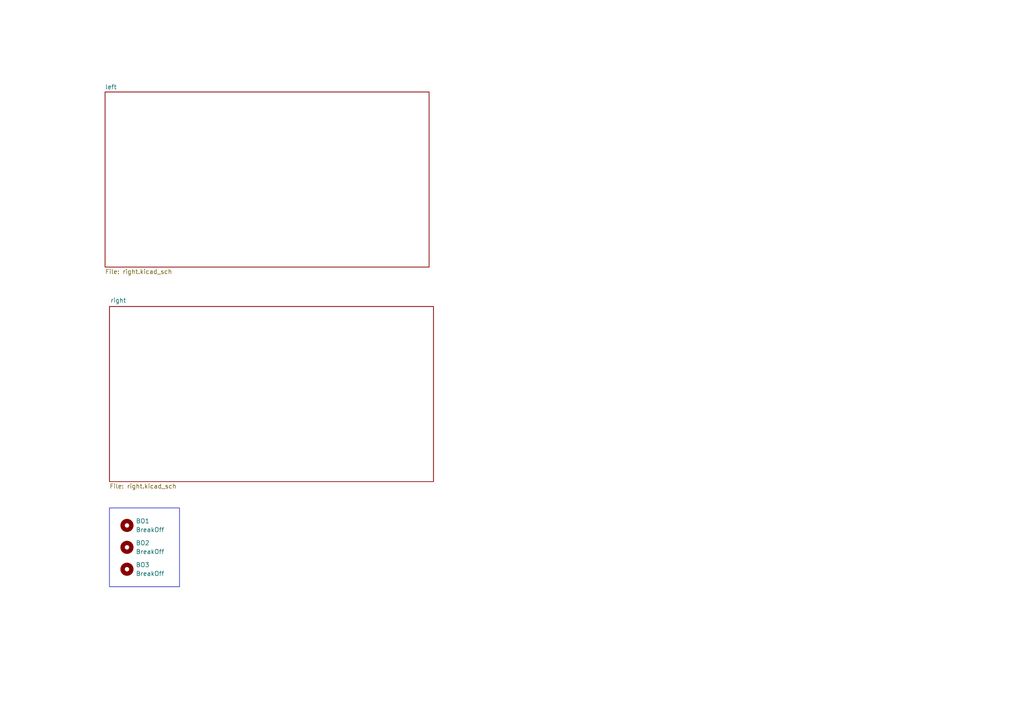
<source format=kicad_sch>
(kicad_sch (version 20250114) (generator "eeschema") (generator_version "9.0")
  (paper "A4")
  (lib_symbols
    (symbol "Mechanical:MountingHole" (pin_names (offset 1.016)) (in_bom no)
      (property "Reference" "H" (at 0 5.08 0))
      (property "Value" "MountingHole" (at 0 3.175 0))
      (symbol "MountingHole_0_1"
        (circle (center 0 0) (radius 1.27) (stroke (width 1.27)))
      )
    )
  )
  (rectangle (start 31.75 147.32) (end 52.07 170.18))
  (symbol (lib_id "Mechanical:MountingHole") (at 36.83 158.75 0) (unit 1) (in_bom no)
    (property "Reference" "BO2" (at 39.37 157.4799 0) (effects (justify left)))
    (property "Value" "BreakOff" (at 39.37 160.0199 0) (effects (justify left)))
    (property "Footprint" "Mousebites:mouse-bite-2.54mm-slot" (effects (hide yes)))
    (property "Description" "Mounting Hole without connection" (effects (hide yes)))
  )
  (symbol (lib_id "Mechanical:MountingHole") (at 36.83 165.1 0) (unit 1) (in_bom no)
    (property "Reference" "BO3" (at 39.37 163.8299 0) (effects (justify left)))
    (property "Value" "BreakOff" (at 39.37 166.3699 0) (effects (justify left)))
    (property "Footprint" "Mousebites:mouse-bite-2.54mm-slot" (effects (hide yes)))
    (property "Description" "Mounting Hole without connection" (effects (hide yes)))
  )
  (symbol (lib_id "Mechanical:MountingHole") (at 36.83 152.4 0) (unit 1) (in_bom no)
    (property "Reference" "BO1" (at 39.37 151.1299 0) (effects (justify left)))
    (property "Value" "BreakOff" (at 39.37 153.6699 0) (effects (justify left)))
    (property "Footprint" "Mousebites:mouse-bite-2.54mm-slot" (effects (hide yes)))
    (property "Description" "Mounting Hole without connection" (effects (hide yes)))
  )
  (sheet (at 31.75 88.9) (size 93.98 50.8) (stroke (width 0.1524))
    (property "Sheetname" "right" (at 32.004 87.884 0) (effects (justify left bottom)))
    (property "Sheetfile" "right.kicad_sch" (at 31.75 140.2846 0) (effects (justify left top)))
  )
  (sheet (at 30.48 26.67) (size 93.98 50.8) (stroke (width 0.1524))
    (property "Sheetname" "left" (at 30.48 25.9584 0) (effects (justify left bottom)))
    (property "Sheetfile" "right.kicad_sch" (at 30.48 78.0546 0) (effects (justify left top)))
  )
)
</source>
